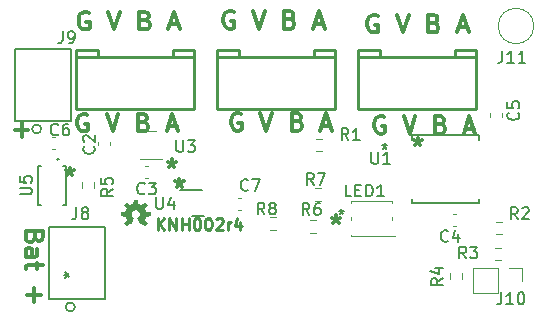
<source format=gto>
%TF.GenerationSoftware,KiCad,Pcbnew,(5.1.9)-1*%
%TF.CreationDate,2021-02-11T09:32:34-08:00*%
%TF.ProjectId,KNH002rev4,4b4e4830-3032-4726-9576-342e6b696361,rev?*%
%TF.SameCoordinates,Original*%
%TF.FileFunction,Legend,Top*%
%TF.FilePolarity,Positive*%
%FSLAX46Y46*%
G04 Gerber Fmt 4.6, Leading zero omitted, Abs format (unit mm)*
G04 Created by KiCad (PCBNEW (5.1.9)-1) date 2021-02-11 09:32:34*
%MOMM*%
%LPD*%
G01*
G04 APERTURE LIST*
%ADD10C,0.300000*%
%ADD11C,0.250000*%
%ADD12C,0.152400*%
%ADD13C,0.120000*%
%ADD14C,0.127000*%
%ADD15C,0.254000*%
%ADD16C,0.100000*%
%ADD17C,0.150000*%
G04 APERTURE END LIST*
D10*
X128035757Y-116111171D02*
X128035757Y-117254028D01*
X127464328Y-116682600D02*
X128607185Y-116682600D01*
X126968957Y-102141171D02*
X126968957Y-103284028D01*
X126397528Y-102712600D02*
X127540385Y-102712600D01*
X153593700Y-109968371D02*
X153593700Y-110325514D01*
X153236557Y-110182657D02*
X153593700Y-110325514D01*
X153950842Y-110182657D01*
X153379414Y-110611228D02*
X153593700Y-110325514D01*
X153807985Y-110611228D01*
X128097642Y-111821800D02*
X128026214Y-112036085D01*
X127954785Y-112107514D01*
X127811928Y-112178942D01*
X127597642Y-112178942D01*
X127454785Y-112107514D01*
X127383357Y-112036085D01*
X127311928Y-111893228D01*
X127311928Y-111321800D01*
X128811928Y-111321800D01*
X128811928Y-111821800D01*
X128740500Y-111964657D01*
X128669071Y-112036085D01*
X128526214Y-112107514D01*
X128383357Y-112107514D01*
X128240500Y-112036085D01*
X128169071Y-111964657D01*
X128097642Y-111821800D01*
X128097642Y-111321800D01*
X127311928Y-113464657D02*
X128097642Y-113464657D01*
X128240500Y-113393228D01*
X128311928Y-113250371D01*
X128311928Y-112964657D01*
X128240500Y-112821800D01*
X127383357Y-113464657D02*
X127311928Y-113321800D01*
X127311928Y-112964657D01*
X127383357Y-112821800D01*
X127526214Y-112750371D01*
X127669071Y-112750371D01*
X127811928Y-112821800D01*
X127883357Y-112964657D01*
X127883357Y-113321800D01*
X127954785Y-113464657D01*
X128311928Y-113964657D02*
X128311928Y-114536085D01*
X128811928Y-114178942D02*
X127526214Y-114178942D01*
X127383357Y-114250371D01*
X127311928Y-114393228D01*
X127311928Y-114536085D01*
X131064000Y-105922071D02*
X131064000Y-106279214D01*
X130706857Y-106136357D02*
X131064000Y-106279214D01*
X131421142Y-106136357D01*
X130849714Y-106564928D02*
X131064000Y-106279214D01*
X131278285Y-106564928D01*
X140335000Y-106874571D02*
X140335000Y-107231714D01*
X139977857Y-107088857D02*
X140335000Y-107231714D01*
X140692142Y-107088857D01*
X140120714Y-107517428D02*
X140335000Y-107231714D01*
X140549285Y-107517428D01*
X139700000Y-105223571D02*
X139700000Y-105580714D01*
X139342857Y-105437857D02*
X139700000Y-105580714D01*
X140057142Y-105437857D01*
X139485714Y-105866428D02*
X139700000Y-105580714D01*
X139914285Y-105866428D01*
D11*
X138487490Y-111191380D02*
X138487490Y-110191380D01*
X139058919Y-111191380D02*
X138630347Y-110619952D01*
X139058919Y-110191380D02*
X138487490Y-110762809D01*
X139487490Y-111191380D02*
X139487490Y-110191380D01*
X140058919Y-111191380D01*
X140058919Y-110191380D01*
X140535109Y-111191380D02*
X140535109Y-110191380D01*
X140535109Y-110667571D02*
X141106538Y-110667571D01*
X141106538Y-111191380D02*
X141106538Y-110191380D01*
X141773204Y-110191380D02*
X141868442Y-110191380D01*
X141963680Y-110239000D01*
X142011300Y-110286619D01*
X142058919Y-110381857D01*
X142106538Y-110572333D01*
X142106538Y-110810428D01*
X142058919Y-111000904D01*
X142011300Y-111096142D01*
X141963680Y-111143761D01*
X141868442Y-111191380D01*
X141773204Y-111191380D01*
X141677966Y-111143761D01*
X141630347Y-111096142D01*
X141582728Y-111000904D01*
X141535109Y-110810428D01*
X141535109Y-110572333D01*
X141582728Y-110381857D01*
X141630347Y-110286619D01*
X141677966Y-110239000D01*
X141773204Y-110191380D01*
X142725585Y-110191380D02*
X142820823Y-110191380D01*
X142916061Y-110239000D01*
X142963680Y-110286619D01*
X143011300Y-110381857D01*
X143058919Y-110572333D01*
X143058919Y-110810428D01*
X143011300Y-111000904D01*
X142963680Y-111096142D01*
X142916061Y-111143761D01*
X142820823Y-111191380D01*
X142725585Y-111191380D01*
X142630347Y-111143761D01*
X142582728Y-111096142D01*
X142535109Y-111000904D01*
X142487490Y-110810428D01*
X142487490Y-110572333D01*
X142535109Y-110381857D01*
X142582728Y-110286619D01*
X142630347Y-110239000D01*
X142725585Y-110191380D01*
X143439871Y-110286619D02*
X143487490Y-110239000D01*
X143582728Y-110191380D01*
X143820823Y-110191380D01*
X143916061Y-110239000D01*
X143963680Y-110286619D01*
X144011300Y-110381857D01*
X144011300Y-110477095D01*
X143963680Y-110619952D01*
X143392252Y-111191380D01*
X144011300Y-111191380D01*
X144439871Y-111191380D02*
X144439871Y-110524714D01*
X144439871Y-110715190D02*
X144487490Y-110619952D01*
X144535109Y-110572333D01*
X144630347Y-110524714D01*
X144725585Y-110524714D01*
X145487490Y-110524714D02*
X145487490Y-111191380D01*
X145249395Y-110143761D02*
X145011300Y-110858047D01*
X145630347Y-110858047D01*
D10*
X145550357Y-101358000D02*
X145407500Y-101286571D01*
X145193214Y-101286571D01*
X144978928Y-101358000D01*
X144836071Y-101500857D01*
X144764642Y-101643714D01*
X144693214Y-101929428D01*
X144693214Y-102143714D01*
X144764642Y-102429428D01*
X144836071Y-102572285D01*
X144978928Y-102715142D01*
X145193214Y-102786571D01*
X145336071Y-102786571D01*
X145550357Y-102715142D01*
X145621785Y-102643714D01*
X145621785Y-102143714D01*
X145336071Y-102143714D01*
X147193214Y-101286571D02*
X147693214Y-102786571D01*
X148193214Y-101286571D01*
X150336071Y-102000857D02*
X150550357Y-102072285D01*
X150621785Y-102143714D01*
X150693214Y-102286571D01*
X150693214Y-102500857D01*
X150621785Y-102643714D01*
X150550357Y-102715142D01*
X150407500Y-102786571D01*
X149836071Y-102786571D01*
X149836071Y-101286571D01*
X150336071Y-101286571D01*
X150478928Y-101358000D01*
X150550357Y-101429428D01*
X150621785Y-101572285D01*
X150621785Y-101715142D01*
X150550357Y-101858000D01*
X150478928Y-101929428D01*
X150336071Y-102000857D01*
X149836071Y-102000857D01*
X152407500Y-102358000D02*
X153121785Y-102358000D01*
X152264642Y-102786571D02*
X152764642Y-101286571D01*
X153264642Y-102786571D01*
X160528000Y-103382071D02*
X160528000Y-103739214D01*
X160170857Y-103596357D02*
X160528000Y-103739214D01*
X160885142Y-103596357D01*
X160313714Y-104024928D02*
X160528000Y-103739214D01*
X160742285Y-104024928D01*
X157678857Y-101612000D02*
X157536000Y-101540571D01*
X157321714Y-101540571D01*
X157107428Y-101612000D01*
X156964571Y-101754857D01*
X156893142Y-101897714D01*
X156821714Y-102183428D01*
X156821714Y-102397714D01*
X156893142Y-102683428D01*
X156964571Y-102826285D01*
X157107428Y-102969142D01*
X157321714Y-103040571D01*
X157464571Y-103040571D01*
X157678857Y-102969142D01*
X157750285Y-102897714D01*
X157750285Y-102397714D01*
X157464571Y-102397714D01*
X159321714Y-101540571D02*
X159821714Y-103040571D01*
X160321714Y-101540571D01*
X162464571Y-102254857D02*
X162678857Y-102326285D01*
X162750285Y-102397714D01*
X162821714Y-102540571D01*
X162821714Y-102754857D01*
X162750285Y-102897714D01*
X162678857Y-102969142D01*
X162536000Y-103040571D01*
X161964571Y-103040571D01*
X161964571Y-101540571D01*
X162464571Y-101540571D01*
X162607428Y-101612000D01*
X162678857Y-101683428D01*
X162750285Y-101826285D01*
X162750285Y-101969142D01*
X162678857Y-102112000D01*
X162607428Y-102183428D01*
X162464571Y-102254857D01*
X161964571Y-102254857D01*
X164536000Y-102612000D02*
X165250285Y-102612000D01*
X164393142Y-103040571D02*
X164893142Y-101540571D01*
X165393142Y-103040571D01*
X157107357Y-93039500D02*
X156964500Y-92968071D01*
X156750214Y-92968071D01*
X156535928Y-93039500D01*
X156393071Y-93182357D01*
X156321642Y-93325214D01*
X156250214Y-93610928D01*
X156250214Y-93825214D01*
X156321642Y-94110928D01*
X156393071Y-94253785D01*
X156535928Y-94396642D01*
X156750214Y-94468071D01*
X156893071Y-94468071D01*
X157107357Y-94396642D01*
X157178785Y-94325214D01*
X157178785Y-93825214D01*
X156893071Y-93825214D01*
X158750214Y-92968071D02*
X159250214Y-94468071D01*
X159750214Y-92968071D01*
X161893071Y-93682357D02*
X162107357Y-93753785D01*
X162178785Y-93825214D01*
X162250214Y-93968071D01*
X162250214Y-94182357D01*
X162178785Y-94325214D01*
X162107357Y-94396642D01*
X161964500Y-94468071D01*
X161393071Y-94468071D01*
X161393071Y-92968071D01*
X161893071Y-92968071D01*
X162035928Y-93039500D01*
X162107357Y-93110928D01*
X162178785Y-93253785D01*
X162178785Y-93396642D01*
X162107357Y-93539500D01*
X162035928Y-93610928D01*
X161893071Y-93682357D01*
X161393071Y-93682357D01*
X163964500Y-94039500D02*
X164678785Y-94039500D01*
X163821642Y-94468071D02*
X164321642Y-92968071D01*
X164821642Y-94468071D01*
X144915357Y-92722000D02*
X144772500Y-92650571D01*
X144558214Y-92650571D01*
X144343928Y-92722000D01*
X144201071Y-92864857D01*
X144129642Y-93007714D01*
X144058214Y-93293428D01*
X144058214Y-93507714D01*
X144129642Y-93793428D01*
X144201071Y-93936285D01*
X144343928Y-94079142D01*
X144558214Y-94150571D01*
X144701071Y-94150571D01*
X144915357Y-94079142D01*
X144986785Y-94007714D01*
X144986785Y-93507714D01*
X144701071Y-93507714D01*
X146558214Y-92650571D02*
X147058214Y-94150571D01*
X147558214Y-92650571D01*
X149701071Y-93364857D02*
X149915357Y-93436285D01*
X149986785Y-93507714D01*
X150058214Y-93650571D01*
X150058214Y-93864857D01*
X149986785Y-94007714D01*
X149915357Y-94079142D01*
X149772500Y-94150571D01*
X149201071Y-94150571D01*
X149201071Y-92650571D01*
X149701071Y-92650571D01*
X149843928Y-92722000D01*
X149915357Y-92793428D01*
X149986785Y-92936285D01*
X149986785Y-93079142D01*
X149915357Y-93222000D01*
X149843928Y-93293428D01*
X149701071Y-93364857D01*
X149201071Y-93364857D01*
X151772500Y-93722000D02*
X152486785Y-93722000D01*
X151629642Y-94150571D02*
X152129642Y-92650571D01*
X152629642Y-94150571D01*
X132532857Y-101421500D02*
X132390000Y-101350071D01*
X132175714Y-101350071D01*
X131961428Y-101421500D01*
X131818571Y-101564357D01*
X131747142Y-101707214D01*
X131675714Y-101992928D01*
X131675714Y-102207214D01*
X131747142Y-102492928D01*
X131818571Y-102635785D01*
X131961428Y-102778642D01*
X132175714Y-102850071D01*
X132318571Y-102850071D01*
X132532857Y-102778642D01*
X132604285Y-102707214D01*
X132604285Y-102207214D01*
X132318571Y-102207214D01*
X134175714Y-101350071D02*
X134675714Y-102850071D01*
X135175714Y-101350071D01*
X137318571Y-102064357D02*
X137532857Y-102135785D01*
X137604285Y-102207214D01*
X137675714Y-102350071D01*
X137675714Y-102564357D01*
X137604285Y-102707214D01*
X137532857Y-102778642D01*
X137390000Y-102850071D01*
X136818571Y-102850071D01*
X136818571Y-101350071D01*
X137318571Y-101350071D01*
X137461428Y-101421500D01*
X137532857Y-101492928D01*
X137604285Y-101635785D01*
X137604285Y-101778642D01*
X137532857Y-101921500D01*
X137461428Y-101992928D01*
X137318571Y-102064357D01*
X136818571Y-102064357D01*
X139390000Y-102421500D02*
X140104285Y-102421500D01*
X139247142Y-102850071D02*
X139747142Y-101350071D01*
X140247142Y-102850071D01*
X132659857Y-92785500D02*
X132517000Y-92714071D01*
X132302714Y-92714071D01*
X132088428Y-92785500D01*
X131945571Y-92928357D01*
X131874142Y-93071214D01*
X131802714Y-93356928D01*
X131802714Y-93571214D01*
X131874142Y-93856928D01*
X131945571Y-93999785D01*
X132088428Y-94142642D01*
X132302714Y-94214071D01*
X132445571Y-94214071D01*
X132659857Y-94142642D01*
X132731285Y-94071214D01*
X132731285Y-93571214D01*
X132445571Y-93571214D01*
X134302714Y-92714071D02*
X134802714Y-94214071D01*
X135302714Y-92714071D01*
X137445571Y-93428357D02*
X137659857Y-93499785D01*
X137731285Y-93571214D01*
X137802714Y-93714071D01*
X137802714Y-93928357D01*
X137731285Y-94071214D01*
X137659857Y-94142642D01*
X137517000Y-94214071D01*
X136945571Y-94214071D01*
X136945571Y-92714071D01*
X137445571Y-92714071D01*
X137588428Y-92785500D01*
X137659857Y-92856928D01*
X137731285Y-92999785D01*
X137731285Y-93142642D01*
X137659857Y-93285500D01*
X137588428Y-93356928D01*
X137445571Y-93428357D01*
X136945571Y-93428357D01*
X139517000Y-93785500D02*
X140231285Y-93785500D01*
X139374142Y-94214071D02*
X139874142Y-92714071D01*
X140374142Y-94214071D01*
D12*
%TO.C,U5*%
X128358900Y-105752900D02*
X128358900Y-109105700D01*
X128358900Y-109105700D02*
X128580261Y-109105700D01*
X130721100Y-109105700D02*
X130721100Y-105752900D01*
X130721100Y-105752900D02*
X130499739Y-105752900D01*
X128580261Y-105752900D02*
X128358900Y-105752900D01*
X130499739Y-109105700D02*
X130721100Y-109105700D01*
X129973136Y-105186954D02*
G75*
G03*
X130116200Y-105223500I66864J-36546D01*
G01*
D13*
%TO.C,R8*%
X148006876Y-111159900D02*
X148516324Y-111159900D01*
X148006876Y-110114900D02*
X148516324Y-110114900D01*
D14*
%TO.C,J1*%
X141601100Y-99775600D02*
X141601100Y-97775600D01*
D15*
X131601100Y-100275600D02*
X131601100Y-97275600D01*
X141601100Y-100975600D02*
X141601100Y-96575600D01*
X141601100Y-96575600D02*
X139801100Y-96575600D01*
X131601100Y-96575600D02*
X131601100Y-100975600D01*
X141601100Y-100975600D02*
X131601100Y-100975600D01*
X141601100Y-96575600D02*
X141601100Y-95975600D01*
X141601100Y-95975600D02*
X139801100Y-95975600D01*
X139801100Y-95975600D02*
X139801100Y-96575600D01*
X139801100Y-96575600D02*
X133401100Y-96575600D01*
X133401100Y-96575600D02*
X131601100Y-96575600D01*
X133401100Y-96575600D02*
X133401100Y-95975600D01*
X133401100Y-95975600D02*
X131601100Y-95975600D01*
X131601100Y-95975600D02*
X131601100Y-96575600D01*
D13*
%TO.C,LED1*%
X154880900Y-111586000D02*
X154880900Y-111741000D01*
X154880900Y-110326000D02*
X154880900Y-110136000D01*
X158300900Y-108876000D02*
X158300900Y-108721000D01*
X158300900Y-110326000D02*
X158300900Y-110136000D01*
X154880900Y-108876000D02*
X154880900Y-108721000D01*
X158300900Y-108721000D02*
X154880900Y-108721000D01*
X158590900Y-111741000D02*
X154880900Y-111741000D01*
%TO.C,R7*%
X151814976Y-107676500D02*
X152324424Y-107676500D01*
X151814976Y-108721500D02*
X152324424Y-108721500D01*
%TO.C,R6*%
X151410476Y-110368900D02*
X151919924Y-110368900D01*
X151410476Y-111413900D02*
X151919924Y-111413900D01*
%TO.C,J10*%
X165215000Y-114446500D02*
X165215000Y-116566500D01*
X167275000Y-114446500D02*
X165215000Y-114446500D01*
X167275000Y-116566500D02*
X165215000Y-116566500D01*
X167275000Y-114446500D02*
X167275000Y-116566500D01*
X168275000Y-114446500D02*
X169335000Y-114446500D01*
X169335000Y-114446500D02*
X169335000Y-115506500D01*
%TO.C,C7*%
X145555580Y-108456000D02*
X145274420Y-108456000D01*
X145555580Y-109476000D02*
X145274420Y-109476000D01*
D12*
%TO.C,U4*%
X140378398Y-107810300D02*
X142257998Y-107810300D01*
X141368998Y-109994700D02*
X142384998Y-109994700D01*
D13*
%TO.C,C6*%
X129539420Y-103312500D02*
X129820580Y-103312500D01*
X129539420Y-104332500D02*
X129820580Y-104332500D01*
%TO.C,R5*%
X132065500Y-107656724D02*
X132065500Y-107147276D01*
X133110500Y-107656724D02*
X133110500Y-107147276D01*
%TO.C,C5*%
X167642000Y-101319420D02*
X167642000Y-101600580D01*
X166622000Y-101319420D02*
X166622000Y-101600580D01*
%TO.C,C4*%
X163498520Y-109873400D02*
X163779680Y-109873400D01*
X163498520Y-110893400D02*
X163779680Y-110893400D01*
%TO.C,C3*%
X137694580Y-106809000D02*
X137413420Y-106809000D01*
X137694580Y-105789000D02*
X137413420Y-105789000D01*
%TO.C,C2*%
X134495000Y-103758420D02*
X134495000Y-104039580D01*
X133475000Y-103758420D02*
X133475000Y-104039580D01*
%TO.C,R4*%
X163244000Y-114830776D02*
X163244000Y-115340224D01*
X164289000Y-114830776D02*
X164289000Y-115340224D01*
%TO.C,R3*%
X167082376Y-113730300D02*
X167591824Y-113730300D01*
X167082376Y-112685300D02*
X167591824Y-112685300D01*
%TO.C,R2*%
X167131276Y-111558600D02*
X167640724Y-111558600D01*
X167131276Y-110513600D02*
X167640724Y-110513600D01*
%TO.C,J11*%
X170334533Y-93924200D02*
G75*
G03*
X170334533Y-93924200I-1500833J0D01*
G01*
D12*
%TO.C,J9*%
X126421699Y-95864001D02*
X126421699Y-102010801D01*
X126421699Y-102010801D02*
X131171499Y-102010801D01*
X131171499Y-102010801D02*
X131171499Y-95864001D01*
X131171499Y-95864001D02*
X126421699Y-95864001D01*
X128625500Y-102645801D02*
G75*
G03*
X128625500Y-102645801I-381000J0D01*
G01*
%TO.C,J8*%
X129266499Y-110932800D02*
X129266499Y-117079600D01*
X129266499Y-117079600D02*
X134016299Y-117079600D01*
X134016299Y-117079600D02*
X134016299Y-110932800D01*
X134016299Y-110932800D02*
X129266499Y-110932800D01*
X131470300Y-117714600D02*
G75*
G03*
X131470300Y-117714600I-381000J0D01*
G01*
%TO.C,U1*%
X160007300Y-108902500D02*
X165671500Y-108902500D01*
X165671500Y-108902500D02*
X165671500Y-108550044D01*
X165671500Y-103187500D02*
X160007300Y-103187500D01*
X160007300Y-103187500D02*
X160007300Y-103539956D01*
X160007300Y-108550044D02*
X160007300Y-108902500D01*
X165671500Y-103539956D02*
X165671500Y-103187500D01*
D13*
%TO.C,U3*%
X136968000Y-105173000D02*
X138868000Y-105173000D01*
X138368000Y-102853000D02*
X136968000Y-102853000D01*
D14*
%TO.C,J2*%
X153539100Y-99775600D02*
X153539100Y-97775600D01*
D15*
X143539100Y-100275600D02*
X143539100Y-97275600D01*
X153539100Y-100975600D02*
X153539100Y-96575600D01*
X153539100Y-96575600D02*
X151739100Y-96575600D01*
X143539100Y-96575600D02*
X143539100Y-100975600D01*
X153539100Y-100975600D02*
X143539100Y-100975600D01*
X153539100Y-96575600D02*
X153539100Y-95975600D01*
X153539100Y-95975600D02*
X151739100Y-95975600D01*
X151739100Y-95975600D02*
X151739100Y-96575600D01*
X151739100Y-96575600D02*
X145339100Y-96575600D01*
X145339100Y-96575600D02*
X143539100Y-96575600D01*
X145339100Y-96575600D02*
X145339100Y-95975600D01*
X145339100Y-95975600D02*
X143539100Y-95975600D01*
X143539100Y-95975600D02*
X143539100Y-96575600D01*
D14*
%TO.C,J3*%
X165477100Y-99775600D02*
X165477100Y-97775600D01*
D15*
X155477100Y-100275600D02*
X155477100Y-97275600D01*
X165477100Y-100975600D02*
X165477100Y-96575600D01*
X165477100Y-96575600D02*
X163677100Y-96575600D01*
X155477100Y-96575600D02*
X155477100Y-100975600D01*
X165477100Y-100975600D02*
X155477100Y-100975600D01*
X165477100Y-96575600D02*
X165477100Y-95975600D01*
X165477100Y-95975600D02*
X163677100Y-95975600D01*
X163677100Y-95975600D02*
X163677100Y-96575600D01*
X163677100Y-96575600D02*
X157277100Y-96575600D01*
X157277100Y-96575600D02*
X155477100Y-96575600D01*
X157277100Y-96575600D02*
X157277100Y-95975600D01*
X157277100Y-95975600D02*
X155477100Y-95975600D01*
X155477100Y-95975600D02*
X155477100Y-96575600D01*
D16*
%TO.C,LOGO1*%
G36*
X137888600Y-110027631D02*
G01*
X137888600Y-109707632D01*
X137528600Y-109647632D01*
X137528600Y-109607632D01*
X137518600Y-109597632D01*
X137518600Y-109577632D01*
X137508600Y-109567632D01*
X137498600Y-109547632D01*
X137498600Y-109527632D01*
X137488600Y-109517632D01*
X137488600Y-109497632D01*
X137478600Y-109487632D01*
X137468600Y-109467632D01*
X137458600Y-109457632D01*
X137458600Y-109437632D01*
X137448600Y-109427632D01*
X137438600Y-109407632D01*
X137428600Y-109397632D01*
X137638600Y-109107632D01*
X137408600Y-108887632D01*
X137118600Y-109087632D01*
X137108600Y-109077632D01*
X137088600Y-109067632D01*
X137078600Y-109067632D01*
X137058600Y-109057632D01*
X137048600Y-109047632D01*
X137028600Y-109037632D01*
X137018600Y-109037632D01*
X136998600Y-109027632D01*
X136988600Y-109017632D01*
X136968600Y-109017632D01*
X136948600Y-109007632D01*
X136938600Y-109007632D01*
X136918600Y-108997632D01*
X136908600Y-108997632D01*
X136888600Y-108987632D01*
X136868600Y-108987632D01*
X136808600Y-108637632D01*
X136488600Y-108637632D01*
X136428600Y-108987632D01*
X136418600Y-108987632D01*
X136398600Y-108997632D01*
X136378600Y-108997632D01*
X136368600Y-109007632D01*
X136348600Y-109007632D01*
X136328600Y-109017632D01*
X136318600Y-109017632D01*
X136298600Y-109027632D01*
X136288600Y-109037632D01*
X136268600Y-109037632D01*
X136258600Y-109047632D01*
X136238600Y-109057632D01*
X136228600Y-109067632D01*
X136208600Y-109067632D01*
X136198600Y-109077632D01*
X136178600Y-109087632D01*
X135888600Y-108887632D01*
X135668600Y-109107632D01*
X135868600Y-109397632D01*
X135858600Y-109407632D01*
X135858600Y-109427632D01*
X135848600Y-109437632D01*
X135838600Y-109457632D01*
X135828600Y-109467632D01*
X135828600Y-109487632D01*
X135818600Y-109497632D01*
X135808600Y-109517632D01*
X135808600Y-109527632D01*
X135788600Y-109567632D01*
X135788600Y-109577632D01*
X135778600Y-109597632D01*
X135778600Y-109607632D01*
X135768600Y-109627632D01*
X135768600Y-109647632D01*
X135418600Y-109707632D01*
X135418600Y-110027631D01*
X135768600Y-110087631D01*
X135768600Y-110097631D01*
X135778600Y-110117631D01*
X135778600Y-110137631D01*
X135788600Y-110147631D01*
X135788600Y-110167631D01*
X135798600Y-110177631D01*
X135808600Y-110197631D01*
X135808600Y-110217631D01*
X135818600Y-110227631D01*
X135818600Y-110247631D01*
X135828600Y-110257631D01*
X135838600Y-110277631D01*
X135848600Y-110287631D01*
X135858600Y-110307631D01*
X135858600Y-110317631D01*
X135868600Y-110337631D01*
X135668600Y-110617631D01*
X135888600Y-110847631D01*
X136178600Y-110647631D01*
X136188600Y-110647631D01*
X136198600Y-110657631D01*
X136208600Y-110657631D01*
X136218600Y-110667631D01*
X136228600Y-110667631D01*
X136238600Y-110677631D01*
X136248600Y-110677631D01*
X136258600Y-110687631D01*
X136268600Y-110687631D01*
X136278600Y-110697631D01*
X136288600Y-110697631D01*
X136298600Y-110707631D01*
X136318600Y-110707631D01*
X136328600Y-110717631D01*
X136528600Y-110177631D01*
X136498600Y-110167631D01*
X136458600Y-110147631D01*
X136438600Y-110127631D01*
X136418600Y-110117631D01*
X136398600Y-110097631D01*
X136388600Y-110077631D01*
X136368600Y-110057631D01*
X136348600Y-110017631D01*
X136338600Y-109987631D01*
X136318600Y-109947631D01*
X136318600Y-109917631D01*
X136308600Y-109887631D01*
X136308600Y-109827632D01*
X136348600Y-109707632D01*
X136388600Y-109647632D01*
X136408600Y-109627632D01*
X136438600Y-109607632D01*
X136458600Y-109587632D01*
X136488600Y-109567632D01*
X136518600Y-109557632D01*
X136548600Y-109537632D01*
X136578600Y-109537632D01*
X136618600Y-109527632D01*
X136688600Y-109527632D01*
X136718600Y-109537632D01*
X136748600Y-109537632D01*
X136778600Y-109557632D01*
X136808600Y-109567632D01*
X136868600Y-109607632D01*
X136908600Y-109647632D01*
X136948600Y-109707632D01*
X136958600Y-109737632D01*
X136978600Y-109767632D01*
X136978600Y-109797632D01*
X136988600Y-109827632D01*
X136988600Y-109917631D01*
X136978600Y-109947631D01*
X136978600Y-109967631D01*
X136968600Y-109987631D01*
X136958600Y-110017631D01*
X136948600Y-110037631D01*
X136928600Y-110057631D01*
X136918600Y-110077631D01*
X136878600Y-110117631D01*
X136858600Y-110127631D01*
X136838600Y-110147631D01*
X136778600Y-110177631D01*
X136978600Y-110717631D01*
X136978600Y-110707631D01*
X136998600Y-110707631D01*
X137008600Y-110697631D01*
X137018600Y-110697631D01*
X137028600Y-110687631D01*
X137038600Y-110687631D01*
X137048600Y-110677631D01*
X137068600Y-110677631D01*
X137078600Y-110667631D01*
X137088600Y-110667631D01*
X137108600Y-110647631D01*
X137118600Y-110647631D01*
X137408600Y-110847631D01*
X137638600Y-110617631D01*
X137428600Y-110337631D01*
X137438600Y-110317631D01*
X137448600Y-110307631D01*
X137458600Y-110287631D01*
X137458600Y-110277631D01*
X137468600Y-110257631D01*
X137478600Y-110247631D01*
X137488600Y-110227631D01*
X137488600Y-110217631D01*
X137508600Y-110177631D01*
X137508600Y-110167631D01*
X137518600Y-110147631D01*
X137518600Y-110137631D01*
X137528600Y-110117631D01*
X137528600Y-110097631D01*
X137538600Y-110087631D01*
X137888600Y-110027631D01*
G37*
D13*
%TO.C,R1*%
X152424224Y-103490500D02*
X151914776Y-103490500D01*
X152424224Y-104535500D02*
X151914776Y-104535500D01*
%TO.C,U5*%
D17*
X126833380Y-108191204D02*
X127642904Y-108191204D01*
X127738142Y-108143585D01*
X127785761Y-108095966D01*
X127833380Y-108000728D01*
X127833380Y-107810252D01*
X127785761Y-107715014D01*
X127738142Y-107667395D01*
X127642904Y-107619776D01*
X126833380Y-107619776D01*
X126833380Y-106667395D02*
X126833380Y-107143585D01*
X127309571Y-107191204D01*
X127261952Y-107143585D01*
X127214333Y-107048347D01*
X127214333Y-106810252D01*
X127261952Y-106715014D01*
X127309571Y-106667395D01*
X127404809Y-106619776D01*
X127642904Y-106619776D01*
X127738142Y-106667395D01*
X127785761Y-106715014D01*
X127833380Y-106810252D01*
X127833380Y-107048347D01*
X127785761Y-107143585D01*
X127738142Y-107191204D01*
%TO.C,R8*%
X147534233Y-109870580D02*
X147200900Y-109394390D01*
X146962804Y-109870580D02*
X146962804Y-108870580D01*
X147343757Y-108870580D01*
X147438995Y-108918200D01*
X147486614Y-108965819D01*
X147534233Y-109061057D01*
X147534233Y-109203914D01*
X147486614Y-109299152D01*
X147438995Y-109346771D01*
X147343757Y-109394390D01*
X146962804Y-109394390D01*
X148105661Y-109299152D02*
X148010423Y-109251533D01*
X147962804Y-109203914D01*
X147915185Y-109108676D01*
X147915185Y-109061057D01*
X147962804Y-108965819D01*
X148010423Y-108918200D01*
X148105661Y-108870580D01*
X148296138Y-108870580D01*
X148391376Y-108918200D01*
X148438995Y-108965819D01*
X148486614Y-109061057D01*
X148486614Y-109108676D01*
X148438995Y-109203914D01*
X148391376Y-109251533D01*
X148296138Y-109299152D01*
X148105661Y-109299152D01*
X148010423Y-109346771D01*
X147962804Y-109394390D01*
X147915185Y-109489628D01*
X147915185Y-109680104D01*
X147962804Y-109775342D01*
X148010423Y-109822961D01*
X148105661Y-109870580D01*
X148296138Y-109870580D01*
X148391376Y-109822961D01*
X148438995Y-109775342D01*
X148486614Y-109680104D01*
X148486614Y-109489628D01*
X148438995Y-109394390D01*
X148391376Y-109346771D01*
X148296138Y-109299152D01*
%TO.C,LED1*%
X154887852Y-108357780D02*
X154411661Y-108357780D01*
X154411661Y-107357780D01*
X155221185Y-107833971D02*
X155554519Y-107833971D01*
X155697376Y-108357780D02*
X155221185Y-108357780D01*
X155221185Y-107357780D01*
X155697376Y-107357780D01*
X156125947Y-108357780D02*
X156125947Y-107357780D01*
X156364042Y-107357780D01*
X156506900Y-107405400D01*
X156602138Y-107500638D01*
X156649757Y-107595876D01*
X156697376Y-107786352D01*
X156697376Y-107929209D01*
X156649757Y-108119685D01*
X156602138Y-108214923D01*
X156506900Y-108310161D01*
X156364042Y-108357780D01*
X156125947Y-108357780D01*
X157649757Y-108357780D02*
X157078328Y-108357780D01*
X157364042Y-108357780D02*
X157364042Y-107357780D01*
X157268804Y-107500638D01*
X157173566Y-107595876D01*
X157078328Y-107643495D01*
X154050900Y-109429380D02*
X154050900Y-109667476D01*
X153812804Y-109572238D02*
X154050900Y-109667476D01*
X154288995Y-109572238D01*
X153908042Y-109857952D02*
X154050900Y-109667476D01*
X154193757Y-109857952D01*
%TO.C,R7*%
X151697933Y-107381380D02*
X151364600Y-106905190D01*
X151126504Y-107381380D02*
X151126504Y-106381380D01*
X151507457Y-106381380D01*
X151602695Y-106429000D01*
X151650314Y-106476619D01*
X151697933Y-106571857D01*
X151697933Y-106714714D01*
X151650314Y-106809952D01*
X151602695Y-106857571D01*
X151507457Y-106905190D01*
X151126504Y-106905190D01*
X152031266Y-106381380D02*
X152697933Y-106381380D01*
X152269361Y-107381380D01*
%TO.C,R6*%
X151344233Y-109921380D02*
X151010900Y-109445190D01*
X150772804Y-109921380D02*
X150772804Y-108921380D01*
X151153757Y-108921380D01*
X151248995Y-108969000D01*
X151296614Y-109016619D01*
X151344233Y-109111857D01*
X151344233Y-109254714D01*
X151296614Y-109349952D01*
X151248995Y-109397571D01*
X151153757Y-109445190D01*
X150772804Y-109445190D01*
X152201376Y-108921380D02*
X152010900Y-108921380D01*
X151915661Y-108969000D01*
X151868042Y-109016619D01*
X151772804Y-109159476D01*
X151725185Y-109349952D01*
X151725185Y-109730904D01*
X151772804Y-109826142D01*
X151820423Y-109873761D01*
X151915661Y-109921380D01*
X152106138Y-109921380D01*
X152201376Y-109873761D01*
X152248995Y-109826142D01*
X152296614Y-109730904D01*
X152296614Y-109492809D01*
X152248995Y-109397571D01*
X152201376Y-109349952D01*
X152106138Y-109302333D01*
X151915661Y-109302333D01*
X151820423Y-109349952D01*
X151772804Y-109397571D01*
X151725185Y-109492809D01*
%TO.C,J10*%
X167592476Y-116482880D02*
X167592476Y-117197166D01*
X167544857Y-117340023D01*
X167449619Y-117435261D01*
X167306761Y-117482880D01*
X167211523Y-117482880D01*
X168592476Y-117482880D02*
X168021047Y-117482880D01*
X168306761Y-117482880D02*
X168306761Y-116482880D01*
X168211523Y-116625738D01*
X168116285Y-116720976D01*
X168021047Y-116768595D01*
X169211523Y-116482880D02*
X169306761Y-116482880D01*
X169402000Y-116530500D01*
X169449619Y-116578119D01*
X169497238Y-116673357D01*
X169544857Y-116863833D01*
X169544857Y-117101928D01*
X169497238Y-117292404D01*
X169449619Y-117387642D01*
X169402000Y-117435261D01*
X169306761Y-117482880D01*
X169211523Y-117482880D01*
X169116285Y-117435261D01*
X169068666Y-117387642D01*
X169021047Y-117292404D01*
X168973428Y-117101928D01*
X168973428Y-116863833D01*
X169021047Y-116673357D01*
X169068666Y-116578119D01*
X169116285Y-116530500D01*
X169211523Y-116482880D01*
%TO.C,C7*%
X146137333Y-107799142D02*
X146089714Y-107846761D01*
X145946857Y-107894380D01*
X145851619Y-107894380D01*
X145708761Y-107846761D01*
X145613523Y-107751523D01*
X145565904Y-107656285D01*
X145518285Y-107465809D01*
X145518285Y-107322952D01*
X145565904Y-107132476D01*
X145613523Y-107037238D01*
X145708761Y-106942000D01*
X145851619Y-106894380D01*
X145946857Y-106894380D01*
X146089714Y-106942000D01*
X146137333Y-106989619D01*
X146470666Y-106894380D02*
X147137333Y-106894380D01*
X146708761Y-107894380D01*
%TO.C,U4*%
X138366595Y-108418380D02*
X138366595Y-109227904D01*
X138414214Y-109323142D01*
X138461833Y-109370761D01*
X138557071Y-109418380D01*
X138747547Y-109418380D01*
X138842785Y-109370761D01*
X138890404Y-109323142D01*
X138938023Y-109227904D01*
X138938023Y-108418380D01*
X139842785Y-108751714D02*
X139842785Y-109418380D01*
X139604690Y-108370761D02*
X139366595Y-109085047D01*
X139985642Y-109085047D01*
%TO.C,C6*%
X130071833Y-103100142D02*
X130024214Y-103147761D01*
X129881357Y-103195380D01*
X129786119Y-103195380D01*
X129643261Y-103147761D01*
X129548023Y-103052523D01*
X129500404Y-102957285D01*
X129452785Y-102766809D01*
X129452785Y-102623952D01*
X129500404Y-102433476D01*
X129548023Y-102338238D01*
X129643261Y-102243000D01*
X129786119Y-102195380D01*
X129881357Y-102195380D01*
X130024214Y-102243000D01*
X130071833Y-102290619D01*
X130928976Y-102195380D02*
X130738500Y-102195380D01*
X130643261Y-102243000D01*
X130595642Y-102290619D01*
X130500404Y-102433476D01*
X130452785Y-102623952D01*
X130452785Y-103004904D01*
X130500404Y-103100142D01*
X130548023Y-103147761D01*
X130643261Y-103195380D01*
X130833738Y-103195380D01*
X130928976Y-103147761D01*
X130976595Y-103100142D01*
X131024214Y-103004904D01*
X131024214Y-102766809D01*
X130976595Y-102671571D01*
X130928976Y-102623952D01*
X130833738Y-102576333D01*
X130643261Y-102576333D01*
X130548023Y-102623952D01*
X130500404Y-102671571D01*
X130452785Y-102766809D01*
%TO.C,R5*%
X134691380Y-107719166D02*
X134215190Y-108052500D01*
X134691380Y-108290595D02*
X133691380Y-108290595D01*
X133691380Y-107909642D01*
X133739000Y-107814404D01*
X133786619Y-107766785D01*
X133881857Y-107719166D01*
X134024714Y-107719166D01*
X134119952Y-107766785D01*
X134167571Y-107814404D01*
X134215190Y-107909642D01*
X134215190Y-108290595D01*
X133691380Y-106814404D02*
X133691380Y-107290595D01*
X134167571Y-107338214D01*
X134119952Y-107290595D01*
X134072333Y-107195357D01*
X134072333Y-106957261D01*
X134119952Y-106862023D01*
X134167571Y-106814404D01*
X134262809Y-106766785D01*
X134500904Y-106766785D01*
X134596142Y-106814404D01*
X134643761Y-106862023D01*
X134691380Y-106957261D01*
X134691380Y-107195357D01*
X134643761Y-107290595D01*
X134596142Y-107338214D01*
%TO.C,C5*%
X169013142Y-101258666D02*
X169060761Y-101306285D01*
X169108380Y-101449142D01*
X169108380Y-101544380D01*
X169060761Y-101687238D01*
X168965523Y-101782476D01*
X168870285Y-101830095D01*
X168679809Y-101877714D01*
X168536952Y-101877714D01*
X168346476Y-101830095D01*
X168251238Y-101782476D01*
X168156000Y-101687238D01*
X168108380Y-101544380D01*
X168108380Y-101449142D01*
X168156000Y-101306285D01*
X168203619Y-101258666D01*
X168108380Y-100353904D02*
X168108380Y-100830095D01*
X168584571Y-100877714D01*
X168536952Y-100830095D01*
X168489333Y-100734857D01*
X168489333Y-100496761D01*
X168536952Y-100401523D01*
X168584571Y-100353904D01*
X168679809Y-100306285D01*
X168917904Y-100306285D01*
X169013142Y-100353904D01*
X169060761Y-100401523D01*
X169108380Y-100496761D01*
X169108380Y-100734857D01*
X169060761Y-100830095D01*
X169013142Y-100877714D01*
%TO.C,C4*%
X163079033Y-112112142D02*
X163031414Y-112159761D01*
X162888557Y-112207380D01*
X162793319Y-112207380D01*
X162650461Y-112159761D01*
X162555223Y-112064523D01*
X162507604Y-111969285D01*
X162459985Y-111778809D01*
X162459985Y-111635952D01*
X162507604Y-111445476D01*
X162555223Y-111350238D01*
X162650461Y-111255000D01*
X162793319Y-111207380D01*
X162888557Y-111207380D01*
X163031414Y-111255000D01*
X163079033Y-111302619D01*
X163936176Y-111540714D02*
X163936176Y-112207380D01*
X163698080Y-111159761D02*
X163459985Y-111874047D01*
X164079033Y-111874047D01*
%TO.C,C3*%
X137387333Y-108086142D02*
X137339714Y-108133761D01*
X137196857Y-108181380D01*
X137101619Y-108181380D01*
X136958761Y-108133761D01*
X136863523Y-108038523D01*
X136815904Y-107943285D01*
X136768285Y-107752809D01*
X136768285Y-107609952D01*
X136815904Y-107419476D01*
X136863523Y-107324238D01*
X136958761Y-107229000D01*
X137101619Y-107181380D01*
X137196857Y-107181380D01*
X137339714Y-107229000D01*
X137387333Y-107276619D01*
X137720666Y-107181380D02*
X138339714Y-107181380D01*
X138006380Y-107562333D01*
X138149238Y-107562333D01*
X138244476Y-107609952D01*
X138292095Y-107657571D01*
X138339714Y-107752809D01*
X138339714Y-107990904D01*
X138292095Y-108086142D01*
X138244476Y-108133761D01*
X138149238Y-108181380D01*
X137863523Y-108181380D01*
X137768285Y-108133761D01*
X137720666Y-108086142D01*
%TO.C,C2*%
X133072142Y-104116166D02*
X133119761Y-104163785D01*
X133167380Y-104306642D01*
X133167380Y-104401880D01*
X133119761Y-104544738D01*
X133024523Y-104639976D01*
X132929285Y-104687595D01*
X132738809Y-104735214D01*
X132595952Y-104735214D01*
X132405476Y-104687595D01*
X132310238Y-104639976D01*
X132215000Y-104544738D01*
X132167380Y-104401880D01*
X132167380Y-104306642D01*
X132215000Y-104163785D01*
X132262619Y-104116166D01*
X132262619Y-103735214D02*
X132215000Y-103687595D01*
X132167380Y-103592357D01*
X132167380Y-103354261D01*
X132215000Y-103259023D01*
X132262619Y-103211404D01*
X132357857Y-103163785D01*
X132453095Y-103163785D01*
X132595952Y-103211404D01*
X133167380Y-103782833D01*
X133167380Y-103163785D01*
%TO.C,R4*%
X162631380Y-115292166D02*
X162155190Y-115625500D01*
X162631380Y-115863595D02*
X161631380Y-115863595D01*
X161631380Y-115482642D01*
X161679000Y-115387404D01*
X161726619Y-115339785D01*
X161821857Y-115292166D01*
X161964714Y-115292166D01*
X162059952Y-115339785D01*
X162107571Y-115387404D01*
X162155190Y-115482642D01*
X162155190Y-115863595D01*
X161964714Y-114435023D02*
X162631380Y-114435023D01*
X161583761Y-114673119D02*
X162298047Y-114911214D01*
X162298047Y-114292166D01*
%TO.C,R3*%
X164615833Y-113609380D02*
X164282500Y-113133190D01*
X164044404Y-113609380D02*
X164044404Y-112609380D01*
X164425357Y-112609380D01*
X164520595Y-112657000D01*
X164568214Y-112704619D01*
X164615833Y-112799857D01*
X164615833Y-112942714D01*
X164568214Y-113037952D01*
X164520595Y-113085571D01*
X164425357Y-113133190D01*
X164044404Y-113133190D01*
X164949166Y-112609380D02*
X165568214Y-112609380D01*
X165234880Y-112990333D01*
X165377738Y-112990333D01*
X165472976Y-113037952D01*
X165520595Y-113085571D01*
X165568214Y-113180809D01*
X165568214Y-113418904D01*
X165520595Y-113514142D01*
X165472976Y-113561761D01*
X165377738Y-113609380D01*
X165092023Y-113609380D01*
X164996785Y-113561761D01*
X164949166Y-113514142D01*
%TO.C,R2*%
X168971833Y-110276980D02*
X168638500Y-109800790D01*
X168400404Y-110276980D02*
X168400404Y-109276980D01*
X168781357Y-109276980D01*
X168876595Y-109324600D01*
X168924214Y-109372219D01*
X168971833Y-109467457D01*
X168971833Y-109610314D01*
X168924214Y-109705552D01*
X168876595Y-109753171D01*
X168781357Y-109800790D01*
X168400404Y-109800790D01*
X169352785Y-109372219D02*
X169400404Y-109324600D01*
X169495642Y-109276980D01*
X169733738Y-109276980D01*
X169828976Y-109324600D01*
X169876595Y-109372219D01*
X169924214Y-109467457D01*
X169924214Y-109562695D01*
X169876595Y-109705552D01*
X169305166Y-110276980D01*
X169924214Y-110276980D01*
%TO.C,J11*%
X167668576Y-96018180D02*
X167668576Y-96732466D01*
X167620957Y-96875323D01*
X167525719Y-96970561D01*
X167382861Y-97018180D01*
X167287623Y-97018180D01*
X168668576Y-97018180D02*
X168097147Y-97018180D01*
X168382861Y-97018180D02*
X168382861Y-96018180D01*
X168287623Y-96161038D01*
X168192385Y-96256276D01*
X168097147Y-96303895D01*
X169620957Y-97018180D02*
X169049528Y-97018180D01*
X169335242Y-97018180D02*
X169335242Y-96018180D01*
X169240004Y-96161038D01*
X169144766Y-96256276D01*
X169049528Y-96303895D01*
%TO.C,J9*%
X130451166Y-94373281D02*
X130451166Y-95087567D01*
X130403547Y-95230424D01*
X130308309Y-95325662D01*
X130165452Y-95373281D01*
X130070214Y-95373281D01*
X130974976Y-95373281D02*
X131165452Y-95373281D01*
X131260690Y-95325662D01*
X131308309Y-95278043D01*
X131403547Y-95135186D01*
X131451166Y-94944710D01*
X131451166Y-94563758D01*
X131403547Y-94468520D01*
X131355928Y-94420901D01*
X131260690Y-94373281D01*
X131070214Y-94373281D01*
X130974976Y-94420901D01*
X130927357Y-94468520D01*
X130879738Y-94563758D01*
X130879738Y-94801853D01*
X130927357Y-94897091D01*
X130974976Y-94944710D01*
X131070214Y-94992329D01*
X131260690Y-94992329D01*
X131355928Y-94944710D01*
X131403547Y-94897091D01*
X131451166Y-94801853D01*
%TO.C,J8*%
X131619566Y-109276980D02*
X131619566Y-109991266D01*
X131571947Y-110134123D01*
X131476709Y-110229361D01*
X131333852Y-110276980D01*
X131238614Y-110276980D01*
X132238614Y-109705552D02*
X132143376Y-109657933D01*
X132095757Y-109610314D01*
X132048138Y-109515076D01*
X132048138Y-109467457D01*
X132095757Y-109372219D01*
X132143376Y-109324600D01*
X132238614Y-109276980D01*
X132429090Y-109276980D01*
X132524328Y-109324600D01*
X132571947Y-109372219D01*
X132619566Y-109467457D01*
X132619566Y-109515076D01*
X132571947Y-109610314D01*
X132524328Y-109657933D01*
X132429090Y-109705552D01*
X132238614Y-109705552D01*
X132143376Y-109753171D01*
X132095757Y-109800790D01*
X132048138Y-109896028D01*
X132048138Y-110086504D01*
X132095757Y-110181742D01*
X132143376Y-110229361D01*
X132238614Y-110276980D01*
X132429090Y-110276980D01*
X132524328Y-110229361D01*
X132571947Y-110181742D01*
X132619566Y-110086504D01*
X132619566Y-109896028D01*
X132571947Y-109800790D01*
X132524328Y-109753171D01*
X132429090Y-109705552D01*
X130541680Y-115006200D02*
X130779776Y-115006200D01*
X130684538Y-115244295D02*
X130779776Y-115006200D01*
X130684538Y-114768104D01*
X130970252Y-115149057D02*
X130779776Y-115006200D01*
X130970252Y-114863342D01*
%TO.C,U1*%
X156590995Y-104603380D02*
X156590995Y-105412904D01*
X156638614Y-105508142D01*
X156686233Y-105555761D01*
X156781471Y-105603380D01*
X156971947Y-105603380D01*
X157067185Y-105555761D01*
X157114804Y-105508142D01*
X157162423Y-105412904D01*
X157162423Y-104603380D01*
X158162423Y-105603380D02*
X157590995Y-105603380D01*
X157876709Y-105603380D02*
X157876709Y-104603380D01*
X157781471Y-104746238D01*
X157686233Y-104841476D01*
X157590995Y-104889095D01*
X157708600Y-103871780D02*
X157708600Y-104109876D01*
X157470504Y-104014638D02*
X157708600Y-104109876D01*
X157946695Y-104014638D01*
X157565742Y-104300352D02*
X157708600Y-104109876D01*
X157851457Y-104300352D01*
%TO.C,U3*%
X140081095Y-103592380D02*
X140081095Y-104401904D01*
X140128714Y-104497142D01*
X140176333Y-104544761D01*
X140271571Y-104592380D01*
X140462047Y-104592380D01*
X140557285Y-104544761D01*
X140604904Y-104497142D01*
X140652523Y-104401904D01*
X140652523Y-103592380D01*
X141033476Y-103592380D02*
X141652523Y-103592380D01*
X141319190Y-103973333D01*
X141462047Y-103973333D01*
X141557285Y-104020952D01*
X141604904Y-104068571D01*
X141652523Y-104163809D01*
X141652523Y-104401904D01*
X141604904Y-104497142D01*
X141557285Y-104544761D01*
X141462047Y-104592380D01*
X141176333Y-104592380D01*
X141081095Y-104544761D01*
X141033476Y-104497142D01*
%TO.C,R1*%
X154646333Y-103576380D02*
X154313000Y-103100190D01*
X154074904Y-103576380D02*
X154074904Y-102576380D01*
X154455857Y-102576380D01*
X154551095Y-102624000D01*
X154598714Y-102671619D01*
X154646333Y-102766857D01*
X154646333Y-102909714D01*
X154598714Y-103004952D01*
X154551095Y-103052571D01*
X154455857Y-103100190D01*
X154074904Y-103100190D01*
X155598714Y-103576380D02*
X155027285Y-103576380D01*
X155313000Y-103576380D02*
X155313000Y-102576380D01*
X155217761Y-102719238D01*
X155122523Y-102814476D01*
X155027285Y-102862095D01*
%TD*%
M02*

</source>
